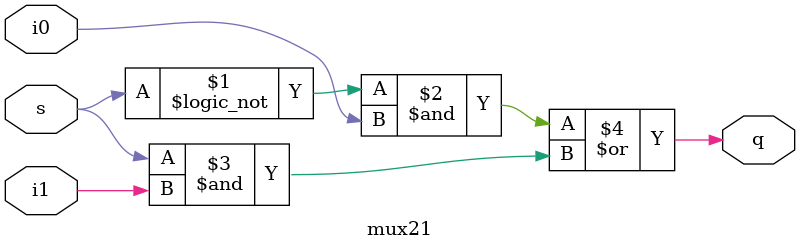
<source format=v>
module mux21(i0,i1,s,q);
    
input i1,i0,s;
output q;
										//s =1 then i1 is choosen
assign q= (!s & i0)|(s & i1);

endmodule

</source>
